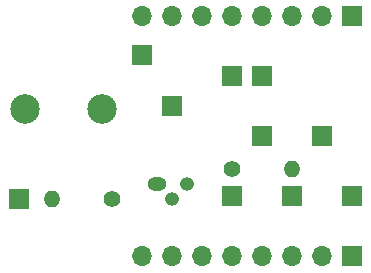
<source format=gbr>
%TF.GenerationSoftware,KiCad,Pcbnew,5.1.6-c6e7f7d~87~ubuntu18.04.1*%
%TF.CreationDate,2021-11-16T17:45:47+01:00*%
%TF.ProjectId,e-p-wifi-lf,652d702d-7769-4666-992d-6c662e6b6963,rev?*%
%TF.SameCoordinates,Original*%
%TF.FileFunction,Copper,L1,Top*%
%TF.FilePolarity,Positive*%
%FSLAX46Y46*%
G04 Gerber Fmt 4.6, Leading zero omitted, Abs format (unit mm)*
G04 Created by KiCad (PCBNEW 5.1.6-c6e7f7d~87~ubuntu18.04.1) date 2021-11-16 17:45:47*
%MOMM*%
%LPD*%
G01*
G04 APERTURE LIST*
%TA.AperFunction,ComponentPad*%
%ADD10O,1.600000X1.200000*%
%TD*%
%TA.AperFunction,ComponentPad*%
%ADD11O,1.200000X1.200000*%
%TD*%
%TA.AperFunction,ComponentPad*%
%ADD12R,1.700000X1.700000*%
%TD*%
%TA.AperFunction,ComponentPad*%
%ADD13O,1.700000X1.700000*%
%TD*%
%TA.AperFunction,ComponentPad*%
%ADD14C,2.500000*%
%TD*%
%TA.AperFunction,ComponentPad*%
%ADD15C,1.400000*%
%TD*%
%TA.AperFunction,ComponentPad*%
%ADD16O,1.400000X1.400000*%
%TD*%
G04 APERTURE END LIST*
D10*
%TO.P,Q1,1*%
%TO.N,Net-(Q1-Pad1)*%
X52070000Y-125984000D03*
D11*
%TO.P,Q1,2*%
%TO.N,Net-(Q1-Pad2)*%
X53340000Y-127254000D03*
%TO.P,Q1,3*%
%TO.N,Net-(LS1-Pad1)*%
X54610000Y-125984000D03*
%TD*%
D12*
%TO.P,J1,1*%
%TO.N,Net-(J1-Pad1)*%
X50800000Y-115062000D03*
%TD*%
%TO.P,J2,1*%
%TO.N,Net-(J2-Pad1)*%
X53340000Y-119380000D03*
%TD*%
%TO.P,J3,1*%
%TO.N,Net-(J3-Pad1)*%
X40386000Y-127254000D03*
%TD*%
%TO.P,J4,1*%
%TO.N,Net-(J4-Pad1)*%
X58420000Y-116840000D03*
%TD*%
%TO.P,J5,1*%
%TO.N,Net-(J5-Pad1)*%
X58420000Y-127000000D03*
%TD*%
%TO.P,J6,+5V*%
%TO.N,Net-(J6-Pad+5V)*%
X68580000Y-132080000D03*
D13*
%TO.P,J6,VIN*%
%TO.N,Net-(J6-PadVIN)*%
X66040000Y-132080000D03*
%TO.P,J6,3.3V*%
%TO.N,Net-(J6-Pad3.3V)*%
X63500000Y-132080000D03*
%TO.P,J6,GND*%
%TO.N,GND*%
X60960000Y-132080000D03*
%TO.P,J6,Reset*%
%TO.N,Net-(J5-Pad1)*%
X58420000Y-132080000D03*
%TO.P,J6,D14*%
%TO.N,Net-(J6-PadD14)*%
X55880000Y-132080000D03*
%TO.P,J6,D13*%
%TO.N,Net-(J6-PadD13)*%
X53340000Y-132080000D03*
%TO.P,J6,D12*%
%TO.N,Net-(J6-PadD12)*%
X50800000Y-132080000D03*
%TO.P,J6,A2*%
%TO.N,Net-(J6-PadA2)*%
X60960000Y-111760000D03*
%TO.P,J6,A1*%
%TO.N,Net-(J6-PadA1)*%
X63500000Y-111760000D03*
%TO.P,J6,A4*%
%TO.N,Net-(J6-PadA4)*%
X55880000Y-111760000D03*
%TO.P,J6,A5*%
%TO.N,Net-(J2-Pad1)*%
X53340000Y-111760000D03*
%TO.P,J6,A0*%
%TO.N,Net-(J6-PadA0)*%
X66040000Y-111760000D03*
%TO.P,J6,A6*%
%TO.N,Net-(J1-Pad1)*%
X50800000Y-111760000D03*
%TO.P,J6,A3*%
%TO.N,Net-(J4-Pad1)*%
X58420000Y-111760000D03*
D12*
%TO.P,J6,AREF*%
%TO.N,Net-(J6-PadAREF)*%
X68580000Y-111760000D03*
%TD*%
%TO.P,J7,1*%
%TO.N,Net-(J6-Pad3.3V)*%
X63500000Y-127000000D03*
%TD*%
%TO.P,J8,1*%
%TO.N,Net-(J6-Pad+5V)*%
X68580000Y-127000000D03*
%TD*%
%TO.P,J9,1*%
%TO.N,GND*%
X66040000Y-121920000D03*
%TD*%
%TO.P,J10,1*%
%TO.N,GND*%
X60960000Y-116840000D03*
%TD*%
%TO.P,J11,1*%
%TO.N,GND*%
X60960000Y-121920000D03*
%TD*%
D14*
%TO.P,LS1,2*%
%TO.N,GND*%
X47446000Y-119634000D03*
%TO.P,LS1,1*%
%TO.N,Net-(LS1-Pad1)*%
X40946000Y-119634000D03*
%TD*%
D15*
%TO.P,R1,1*%
%TO.N,Net-(Q1-Pad2)*%
X48260000Y-127254000D03*
D16*
%TO.P,R1,2*%
%TO.N,Net-(J3-Pad1)*%
X43180000Y-127254000D03*
%TD*%
D15*
%TO.P,R2,1*%
%TO.N,Net-(Q1-Pad1)*%
X58420000Y-124714000D03*
D16*
%TO.P,R2,2*%
%TO.N,Net-(J6-Pad3.3V)*%
X63500000Y-124714000D03*
%TD*%
M02*

</source>
